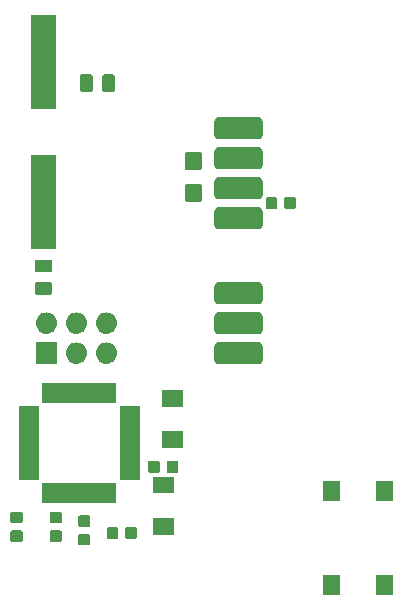
<source format=gbr>
G04 #@! TF.GenerationSoftware,KiCad,Pcbnew,(5.1.0)-1*
G04 #@! TF.CreationDate,2019-05-27T09:53:24+03:00*
G04 #@! TF.ProjectId,USB_RFID,5553425f-5246-4494-942e-6b696361645f,rev?*
G04 #@! TF.SameCoordinates,Original*
G04 #@! TF.FileFunction,Soldermask,Top*
G04 #@! TF.FilePolarity,Negative*
%FSLAX46Y46*%
G04 Gerber Fmt 4.6, Leading zero omitted, Abs format (unit mm)*
G04 Created by KiCad (PCBNEW (5.1.0)-1) date 2019-05-27 09:53:24*
%MOMM*%
%LPD*%
G04 APERTURE LIST*
%ADD10C,0.100000*%
G04 APERTURE END LIST*
D10*
G36*
X47619000Y-89304000D02*
G01*
X46217000Y-89304000D01*
X46217000Y-87652000D01*
X47619000Y-87652000D01*
X47619000Y-89304000D01*
X47619000Y-89304000D01*
G37*
G36*
X43119000Y-89304000D02*
G01*
X41717000Y-89304000D01*
X41717000Y-87652000D01*
X43119000Y-87652000D01*
X43119000Y-89304000D01*
X43119000Y-89304000D01*
G37*
G36*
X21861591Y-84148585D02*
G01*
X21895569Y-84158893D01*
X21926890Y-84175634D01*
X21954339Y-84198161D01*
X21976866Y-84225610D01*
X21993607Y-84256931D01*
X22003915Y-84290909D01*
X22008000Y-84332390D01*
X22008000Y-84933610D01*
X22003915Y-84975091D01*
X21993607Y-85009069D01*
X21976866Y-85040390D01*
X21954339Y-85067839D01*
X21926890Y-85090366D01*
X21895569Y-85107107D01*
X21861591Y-85117415D01*
X21820110Y-85121500D01*
X21143890Y-85121500D01*
X21102409Y-85117415D01*
X21068431Y-85107107D01*
X21037110Y-85090366D01*
X21009661Y-85067839D01*
X20987134Y-85040390D01*
X20970393Y-85009069D01*
X20960085Y-84975091D01*
X20956000Y-84933610D01*
X20956000Y-84332390D01*
X20960085Y-84290909D01*
X20970393Y-84256931D01*
X20987134Y-84225610D01*
X21009661Y-84198161D01*
X21037110Y-84175634D01*
X21068431Y-84158893D01*
X21102409Y-84148585D01*
X21143890Y-84144500D01*
X21820110Y-84144500D01*
X21861591Y-84148585D01*
X21861591Y-84148585D01*
G37*
G36*
X19461591Y-83843585D02*
G01*
X19495569Y-83853893D01*
X19526890Y-83870634D01*
X19554339Y-83893161D01*
X19576866Y-83920610D01*
X19593607Y-83951931D01*
X19603915Y-83985909D01*
X19608000Y-84027390D01*
X19608000Y-84628610D01*
X19603915Y-84670091D01*
X19593607Y-84704069D01*
X19576866Y-84735390D01*
X19554339Y-84762839D01*
X19526890Y-84785366D01*
X19495569Y-84802107D01*
X19461591Y-84812415D01*
X19420110Y-84816500D01*
X18743890Y-84816500D01*
X18702409Y-84812415D01*
X18668431Y-84802107D01*
X18637110Y-84785366D01*
X18609661Y-84762839D01*
X18587134Y-84735390D01*
X18570393Y-84704069D01*
X18560085Y-84670091D01*
X18556000Y-84628610D01*
X18556000Y-84027390D01*
X18560085Y-83985909D01*
X18570393Y-83951931D01*
X18587134Y-83920610D01*
X18609661Y-83893161D01*
X18637110Y-83870634D01*
X18668431Y-83853893D01*
X18702409Y-83843585D01*
X18743890Y-83839500D01*
X19420110Y-83839500D01*
X19461591Y-83843585D01*
X19461591Y-83843585D01*
G37*
G36*
X16127591Y-83843585D02*
G01*
X16161569Y-83853893D01*
X16192890Y-83870634D01*
X16220339Y-83893161D01*
X16242866Y-83920610D01*
X16259607Y-83951931D01*
X16269915Y-83985909D01*
X16274000Y-84027390D01*
X16274000Y-84628610D01*
X16269915Y-84670091D01*
X16259607Y-84704069D01*
X16242866Y-84735390D01*
X16220339Y-84762839D01*
X16192890Y-84785366D01*
X16161569Y-84802107D01*
X16127591Y-84812415D01*
X16086110Y-84816500D01*
X15409890Y-84816500D01*
X15368409Y-84812415D01*
X15334431Y-84802107D01*
X15303110Y-84785366D01*
X15275661Y-84762839D01*
X15253134Y-84735390D01*
X15236393Y-84704069D01*
X15226085Y-84670091D01*
X15222000Y-84628610D01*
X15222000Y-84027390D01*
X15226085Y-83985909D01*
X15236393Y-83951931D01*
X15253134Y-83920610D01*
X15275661Y-83893161D01*
X15303110Y-83870634D01*
X15334431Y-83853893D01*
X15368409Y-83843585D01*
X15409890Y-83839500D01*
X16086110Y-83839500D01*
X16127591Y-83843585D01*
X16127591Y-83843585D01*
G37*
G36*
X25793093Y-83552085D02*
G01*
X25827071Y-83562393D01*
X25858392Y-83579134D01*
X25885841Y-83601661D01*
X25908368Y-83629110D01*
X25925109Y-83660431D01*
X25935417Y-83694409D01*
X25939502Y-83735890D01*
X25939502Y-84412110D01*
X25935417Y-84453591D01*
X25925109Y-84487569D01*
X25908368Y-84518890D01*
X25885841Y-84546339D01*
X25858392Y-84568866D01*
X25827071Y-84585607D01*
X25793093Y-84595915D01*
X25751612Y-84600000D01*
X25150392Y-84600000D01*
X25108911Y-84595915D01*
X25074933Y-84585607D01*
X25043612Y-84568866D01*
X25016163Y-84546339D01*
X24993636Y-84518890D01*
X24976895Y-84487569D01*
X24966587Y-84453591D01*
X24962502Y-84412110D01*
X24962502Y-83735890D01*
X24966587Y-83694409D01*
X24976895Y-83660431D01*
X24993636Y-83629110D01*
X25016163Y-83601661D01*
X25043612Y-83579134D01*
X25074933Y-83562393D01*
X25108911Y-83552085D01*
X25150392Y-83548000D01*
X25751612Y-83548000D01*
X25793093Y-83552085D01*
X25793093Y-83552085D01*
G37*
G36*
X24218093Y-83552085D02*
G01*
X24252071Y-83562393D01*
X24283392Y-83579134D01*
X24310841Y-83601661D01*
X24333368Y-83629110D01*
X24350109Y-83660431D01*
X24360417Y-83694409D01*
X24364502Y-83735890D01*
X24364502Y-84412110D01*
X24360417Y-84453591D01*
X24350109Y-84487569D01*
X24333368Y-84518890D01*
X24310841Y-84546339D01*
X24283392Y-84568866D01*
X24252071Y-84585607D01*
X24218093Y-84595915D01*
X24176612Y-84600000D01*
X23575392Y-84600000D01*
X23533911Y-84595915D01*
X23499933Y-84585607D01*
X23468612Y-84568866D01*
X23441163Y-84546339D01*
X23418636Y-84518890D01*
X23401895Y-84487569D01*
X23391587Y-84453591D01*
X23387502Y-84412110D01*
X23387502Y-83735890D01*
X23391587Y-83694409D01*
X23401895Y-83660431D01*
X23418636Y-83629110D01*
X23441163Y-83601661D01*
X23468612Y-83579134D01*
X23499933Y-83562393D01*
X23533911Y-83552085D01*
X23575392Y-83548000D01*
X24176612Y-83548000D01*
X24218093Y-83552085D01*
X24218093Y-83552085D01*
G37*
G36*
X29095000Y-84211000D02*
G01*
X27293000Y-84211000D01*
X27293000Y-82809000D01*
X29095000Y-82809000D01*
X29095000Y-84211000D01*
X29095000Y-84211000D01*
G37*
G36*
X21861591Y-82573585D02*
G01*
X21895569Y-82583893D01*
X21926890Y-82600634D01*
X21954339Y-82623161D01*
X21976866Y-82650610D01*
X21993607Y-82681931D01*
X22003915Y-82715909D01*
X22008000Y-82757390D01*
X22008000Y-83358610D01*
X22003915Y-83400091D01*
X21993607Y-83434069D01*
X21976866Y-83465390D01*
X21954339Y-83492839D01*
X21926890Y-83515366D01*
X21895569Y-83532107D01*
X21861591Y-83542415D01*
X21820110Y-83546500D01*
X21143890Y-83546500D01*
X21102409Y-83542415D01*
X21068431Y-83532107D01*
X21037110Y-83515366D01*
X21009661Y-83492839D01*
X20987134Y-83465390D01*
X20970393Y-83434069D01*
X20960085Y-83400091D01*
X20956000Y-83358610D01*
X20956000Y-82757390D01*
X20960085Y-82715909D01*
X20970393Y-82681931D01*
X20987134Y-82650610D01*
X21009661Y-82623161D01*
X21037110Y-82600634D01*
X21068431Y-82583893D01*
X21102409Y-82573585D01*
X21143890Y-82569500D01*
X21820110Y-82569500D01*
X21861591Y-82573585D01*
X21861591Y-82573585D01*
G37*
G36*
X19461591Y-82268585D02*
G01*
X19495569Y-82278893D01*
X19526890Y-82295634D01*
X19554339Y-82318161D01*
X19576866Y-82345610D01*
X19593607Y-82376931D01*
X19603915Y-82410909D01*
X19608000Y-82452390D01*
X19608000Y-83053610D01*
X19603915Y-83095091D01*
X19593607Y-83129069D01*
X19576866Y-83160390D01*
X19554339Y-83187839D01*
X19526890Y-83210366D01*
X19495569Y-83227107D01*
X19461591Y-83237415D01*
X19420110Y-83241500D01*
X18743890Y-83241500D01*
X18702409Y-83237415D01*
X18668431Y-83227107D01*
X18637110Y-83210366D01*
X18609661Y-83187839D01*
X18587134Y-83160390D01*
X18570393Y-83129069D01*
X18560085Y-83095091D01*
X18556000Y-83053610D01*
X18556000Y-82452390D01*
X18560085Y-82410909D01*
X18570393Y-82376931D01*
X18587134Y-82345610D01*
X18609661Y-82318161D01*
X18637110Y-82295634D01*
X18668431Y-82278893D01*
X18702409Y-82268585D01*
X18743890Y-82264500D01*
X19420110Y-82264500D01*
X19461591Y-82268585D01*
X19461591Y-82268585D01*
G37*
G36*
X16127591Y-82268585D02*
G01*
X16161569Y-82278893D01*
X16192890Y-82295634D01*
X16220339Y-82318161D01*
X16242866Y-82345610D01*
X16259607Y-82376931D01*
X16269915Y-82410909D01*
X16274000Y-82452390D01*
X16274000Y-83053610D01*
X16269915Y-83095091D01*
X16259607Y-83129069D01*
X16242866Y-83160390D01*
X16220339Y-83187839D01*
X16192890Y-83210366D01*
X16161569Y-83227107D01*
X16127591Y-83237415D01*
X16086110Y-83241500D01*
X15409890Y-83241500D01*
X15368409Y-83237415D01*
X15334431Y-83227107D01*
X15303110Y-83210366D01*
X15275661Y-83187839D01*
X15253134Y-83160390D01*
X15236393Y-83129069D01*
X15226085Y-83095091D01*
X15222000Y-83053610D01*
X15222000Y-82452390D01*
X15226085Y-82410909D01*
X15236393Y-82376931D01*
X15253134Y-82345610D01*
X15275661Y-82318161D01*
X15303110Y-82295634D01*
X15334431Y-82278893D01*
X15368409Y-82268585D01*
X15409890Y-82264500D01*
X16086110Y-82264500D01*
X16127591Y-82268585D01*
X16127591Y-82268585D01*
G37*
G36*
X24208000Y-81555000D02*
G01*
X17956000Y-81555000D01*
X17956000Y-79853000D01*
X24208000Y-79853000D01*
X24208000Y-81555000D01*
X24208000Y-81555000D01*
G37*
G36*
X47619000Y-81344000D02*
G01*
X46217000Y-81344000D01*
X46217000Y-79692000D01*
X47619000Y-79692000D01*
X47619000Y-81344000D01*
X47619000Y-81344000D01*
G37*
G36*
X43119000Y-81344000D02*
G01*
X41717000Y-81344000D01*
X41717000Y-79692000D01*
X43119000Y-79692000D01*
X43119000Y-81344000D01*
X43119000Y-81344000D01*
G37*
G36*
X29095000Y-80711000D02*
G01*
X27293000Y-80711000D01*
X27293000Y-79309000D01*
X29095000Y-79309000D01*
X29095000Y-80711000D01*
X29095000Y-80711000D01*
G37*
G36*
X26183000Y-79580000D02*
G01*
X24481000Y-79580000D01*
X24481000Y-73328000D01*
X26183000Y-73328000D01*
X26183000Y-79580000D01*
X26183000Y-79580000D01*
G37*
G36*
X17683000Y-79580000D02*
G01*
X15981000Y-79580000D01*
X15981000Y-73328000D01*
X17683000Y-73328000D01*
X17683000Y-79580000D01*
X17683000Y-79580000D01*
G37*
G36*
X27723091Y-77932085D02*
G01*
X27757069Y-77942393D01*
X27788390Y-77959134D01*
X27815839Y-77981661D01*
X27838366Y-78009110D01*
X27855107Y-78040431D01*
X27865415Y-78074409D01*
X27869500Y-78115890D01*
X27869500Y-78792110D01*
X27865415Y-78833591D01*
X27855107Y-78867569D01*
X27838366Y-78898890D01*
X27815839Y-78926339D01*
X27788390Y-78948866D01*
X27757069Y-78965607D01*
X27723091Y-78975915D01*
X27681610Y-78980000D01*
X27080390Y-78980000D01*
X27038909Y-78975915D01*
X27004931Y-78965607D01*
X26973610Y-78948866D01*
X26946161Y-78926339D01*
X26923634Y-78898890D01*
X26906893Y-78867569D01*
X26896585Y-78833591D01*
X26892500Y-78792110D01*
X26892500Y-78115890D01*
X26896585Y-78074409D01*
X26906893Y-78040431D01*
X26923634Y-78009110D01*
X26946161Y-77981661D01*
X26973610Y-77959134D01*
X27004931Y-77942393D01*
X27038909Y-77932085D01*
X27080390Y-77928000D01*
X27681610Y-77928000D01*
X27723091Y-77932085D01*
X27723091Y-77932085D01*
G37*
G36*
X29298091Y-77932085D02*
G01*
X29332069Y-77942393D01*
X29363390Y-77959134D01*
X29390839Y-77981661D01*
X29413366Y-78009110D01*
X29430107Y-78040431D01*
X29440415Y-78074409D01*
X29444500Y-78115890D01*
X29444500Y-78792110D01*
X29440415Y-78833591D01*
X29430107Y-78867569D01*
X29413366Y-78898890D01*
X29390839Y-78926339D01*
X29363390Y-78948866D01*
X29332069Y-78965607D01*
X29298091Y-78975915D01*
X29256610Y-78980000D01*
X28655390Y-78980000D01*
X28613909Y-78975915D01*
X28579931Y-78965607D01*
X28548610Y-78948866D01*
X28521161Y-78926339D01*
X28498634Y-78898890D01*
X28481893Y-78867569D01*
X28471585Y-78833591D01*
X28467500Y-78792110D01*
X28467500Y-78115890D01*
X28471585Y-78074409D01*
X28481893Y-78040431D01*
X28498634Y-78009110D01*
X28521161Y-77981661D01*
X28548610Y-77959134D01*
X28579931Y-77942393D01*
X28613909Y-77932085D01*
X28655390Y-77928000D01*
X29256610Y-77928000D01*
X29298091Y-77932085D01*
X29298091Y-77932085D01*
G37*
G36*
X29857000Y-76873000D02*
G01*
X28055000Y-76873000D01*
X28055000Y-75471000D01*
X29857000Y-75471000D01*
X29857000Y-76873000D01*
X29857000Y-76873000D01*
G37*
G36*
X29857000Y-73373000D02*
G01*
X28055000Y-73373000D01*
X28055000Y-71971000D01*
X29857000Y-71971000D01*
X29857000Y-73373000D01*
X29857000Y-73373000D01*
G37*
G36*
X24208000Y-73055000D02*
G01*
X17956000Y-73055000D01*
X17956000Y-71353000D01*
X24208000Y-71353000D01*
X24208000Y-73055000D01*
X24208000Y-73055000D01*
G37*
G36*
X36262455Y-67891528D02*
G01*
X36339812Y-67914995D01*
X36411117Y-67953108D01*
X36473608Y-68004392D01*
X36524892Y-68066883D01*
X36563005Y-68138188D01*
X36586472Y-68215545D01*
X36595000Y-68302140D01*
X36595000Y-69365860D01*
X36586472Y-69452455D01*
X36563005Y-69529812D01*
X36524892Y-69601117D01*
X36473608Y-69663608D01*
X36411117Y-69714892D01*
X36339812Y-69753005D01*
X36262455Y-69776472D01*
X36175860Y-69785000D01*
X32912140Y-69785000D01*
X32825545Y-69776472D01*
X32748188Y-69753005D01*
X32676883Y-69714892D01*
X32614392Y-69663608D01*
X32563108Y-69601117D01*
X32524995Y-69529812D01*
X32501528Y-69452455D01*
X32493000Y-69365860D01*
X32493000Y-68302140D01*
X32501528Y-68215545D01*
X32524995Y-68138188D01*
X32563108Y-68066883D01*
X32614392Y-68004392D01*
X32676883Y-67953108D01*
X32748188Y-67914995D01*
X32825545Y-67891528D01*
X32912140Y-67883000D01*
X36175860Y-67883000D01*
X36262455Y-67891528D01*
X36262455Y-67891528D01*
G37*
G36*
X20938442Y-67939518D02*
G01*
X21004627Y-67946037D01*
X21174466Y-67997557D01*
X21330991Y-68081222D01*
X21346958Y-68094326D01*
X21468186Y-68193814D01*
X21527209Y-68265735D01*
X21580778Y-68331009D01*
X21664443Y-68487534D01*
X21715963Y-68657373D01*
X21733359Y-68834000D01*
X21715963Y-69010627D01*
X21664443Y-69180466D01*
X21580778Y-69336991D01*
X21557086Y-69365860D01*
X21468186Y-69474186D01*
X21366729Y-69557448D01*
X21330991Y-69586778D01*
X21174466Y-69670443D01*
X21004627Y-69721963D01*
X20938443Y-69728481D01*
X20872260Y-69735000D01*
X20783740Y-69735000D01*
X20717557Y-69728481D01*
X20651373Y-69721963D01*
X20481534Y-69670443D01*
X20325009Y-69586778D01*
X20289271Y-69557448D01*
X20187814Y-69474186D01*
X20098914Y-69365860D01*
X20075222Y-69336991D01*
X19991557Y-69180466D01*
X19940037Y-69010627D01*
X19922641Y-68834000D01*
X19940037Y-68657373D01*
X19991557Y-68487534D01*
X20075222Y-68331009D01*
X20128791Y-68265735D01*
X20187814Y-68193814D01*
X20309042Y-68094326D01*
X20325009Y-68081222D01*
X20481534Y-67997557D01*
X20651373Y-67946037D01*
X20717558Y-67939518D01*
X20783740Y-67933000D01*
X20872260Y-67933000D01*
X20938442Y-67939518D01*
X20938442Y-67939518D01*
G37*
G36*
X23478442Y-67939518D02*
G01*
X23544627Y-67946037D01*
X23714466Y-67997557D01*
X23870991Y-68081222D01*
X23886958Y-68094326D01*
X24008186Y-68193814D01*
X24067209Y-68265735D01*
X24120778Y-68331009D01*
X24204443Y-68487534D01*
X24255963Y-68657373D01*
X24273359Y-68834000D01*
X24255963Y-69010627D01*
X24204443Y-69180466D01*
X24120778Y-69336991D01*
X24097086Y-69365860D01*
X24008186Y-69474186D01*
X23906729Y-69557448D01*
X23870991Y-69586778D01*
X23714466Y-69670443D01*
X23544627Y-69721963D01*
X23478443Y-69728481D01*
X23412260Y-69735000D01*
X23323740Y-69735000D01*
X23257557Y-69728481D01*
X23191373Y-69721963D01*
X23021534Y-69670443D01*
X22865009Y-69586778D01*
X22829271Y-69557448D01*
X22727814Y-69474186D01*
X22638914Y-69365860D01*
X22615222Y-69336991D01*
X22531557Y-69180466D01*
X22480037Y-69010627D01*
X22462641Y-68834000D01*
X22480037Y-68657373D01*
X22531557Y-68487534D01*
X22615222Y-68331009D01*
X22668791Y-68265735D01*
X22727814Y-68193814D01*
X22849042Y-68094326D01*
X22865009Y-68081222D01*
X23021534Y-67997557D01*
X23191373Y-67946037D01*
X23257558Y-67939518D01*
X23323740Y-67933000D01*
X23412260Y-67933000D01*
X23478442Y-67939518D01*
X23478442Y-67939518D01*
G37*
G36*
X19189000Y-69735000D02*
G01*
X17387000Y-69735000D01*
X17387000Y-67933000D01*
X19189000Y-67933000D01*
X19189000Y-69735000D01*
X19189000Y-69735000D01*
G37*
G36*
X36262455Y-65351528D02*
G01*
X36339812Y-65374995D01*
X36411117Y-65413108D01*
X36473608Y-65464392D01*
X36524892Y-65526883D01*
X36563005Y-65598188D01*
X36586472Y-65675545D01*
X36595000Y-65762140D01*
X36595000Y-66825860D01*
X36586472Y-66912455D01*
X36563005Y-66989812D01*
X36524892Y-67061117D01*
X36473608Y-67123608D01*
X36411117Y-67174892D01*
X36339812Y-67213005D01*
X36262455Y-67236472D01*
X36175860Y-67245000D01*
X32912140Y-67245000D01*
X32825545Y-67236472D01*
X32748188Y-67213005D01*
X32676883Y-67174892D01*
X32614392Y-67123608D01*
X32563108Y-67061117D01*
X32524995Y-66989812D01*
X32501528Y-66912455D01*
X32493000Y-66825860D01*
X32493000Y-65762140D01*
X32501528Y-65675545D01*
X32524995Y-65598188D01*
X32563108Y-65526883D01*
X32614392Y-65464392D01*
X32676883Y-65413108D01*
X32748188Y-65374995D01*
X32825545Y-65351528D01*
X32912140Y-65343000D01*
X36175860Y-65343000D01*
X36262455Y-65351528D01*
X36262455Y-65351528D01*
G37*
G36*
X23478443Y-65399519D02*
G01*
X23544627Y-65406037D01*
X23714466Y-65457557D01*
X23870991Y-65541222D01*
X23886958Y-65554326D01*
X24008186Y-65653814D01*
X24067209Y-65725735D01*
X24120778Y-65791009D01*
X24204443Y-65947534D01*
X24255963Y-66117373D01*
X24273359Y-66294000D01*
X24255963Y-66470627D01*
X24204443Y-66640466D01*
X24120778Y-66796991D01*
X24097086Y-66825860D01*
X24008186Y-66934186D01*
X23906729Y-67017448D01*
X23870991Y-67046778D01*
X23714466Y-67130443D01*
X23544627Y-67181963D01*
X23478442Y-67188482D01*
X23412260Y-67195000D01*
X23323740Y-67195000D01*
X23257558Y-67188482D01*
X23191373Y-67181963D01*
X23021534Y-67130443D01*
X22865009Y-67046778D01*
X22829271Y-67017448D01*
X22727814Y-66934186D01*
X22638914Y-66825860D01*
X22615222Y-66796991D01*
X22531557Y-66640466D01*
X22480037Y-66470627D01*
X22462641Y-66294000D01*
X22480037Y-66117373D01*
X22531557Y-65947534D01*
X22615222Y-65791009D01*
X22668791Y-65725735D01*
X22727814Y-65653814D01*
X22849042Y-65554326D01*
X22865009Y-65541222D01*
X23021534Y-65457557D01*
X23191373Y-65406037D01*
X23257557Y-65399519D01*
X23323740Y-65393000D01*
X23412260Y-65393000D01*
X23478443Y-65399519D01*
X23478443Y-65399519D01*
G37*
G36*
X18398443Y-65399519D02*
G01*
X18464627Y-65406037D01*
X18634466Y-65457557D01*
X18790991Y-65541222D01*
X18806958Y-65554326D01*
X18928186Y-65653814D01*
X18987209Y-65725735D01*
X19040778Y-65791009D01*
X19124443Y-65947534D01*
X19175963Y-66117373D01*
X19193359Y-66294000D01*
X19175963Y-66470627D01*
X19124443Y-66640466D01*
X19040778Y-66796991D01*
X19017086Y-66825860D01*
X18928186Y-66934186D01*
X18826729Y-67017448D01*
X18790991Y-67046778D01*
X18634466Y-67130443D01*
X18464627Y-67181963D01*
X18398442Y-67188482D01*
X18332260Y-67195000D01*
X18243740Y-67195000D01*
X18177558Y-67188482D01*
X18111373Y-67181963D01*
X17941534Y-67130443D01*
X17785009Y-67046778D01*
X17749271Y-67017448D01*
X17647814Y-66934186D01*
X17558914Y-66825860D01*
X17535222Y-66796991D01*
X17451557Y-66640466D01*
X17400037Y-66470627D01*
X17382641Y-66294000D01*
X17400037Y-66117373D01*
X17451557Y-65947534D01*
X17535222Y-65791009D01*
X17588791Y-65725735D01*
X17647814Y-65653814D01*
X17769042Y-65554326D01*
X17785009Y-65541222D01*
X17941534Y-65457557D01*
X18111373Y-65406037D01*
X18177557Y-65399519D01*
X18243740Y-65393000D01*
X18332260Y-65393000D01*
X18398443Y-65399519D01*
X18398443Y-65399519D01*
G37*
G36*
X20938443Y-65399519D02*
G01*
X21004627Y-65406037D01*
X21174466Y-65457557D01*
X21330991Y-65541222D01*
X21346958Y-65554326D01*
X21468186Y-65653814D01*
X21527209Y-65725735D01*
X21580778Y-65791009D01*
X21664443Y-65947534D01*
X21715963Y-66117373D01*
X21733359Y-66294000D01*
X21715963Y-66470627D01*
X21664443Y-66640466D01*
X21580778Y-66796991D01*
X21557086Y-66825860D01*
X21468186Y-66934186D01*
X21366729Y-67017448D01*
X21330991Y-67046778D01*
X21174466Y-67130443D01*
X21004627Y-67181963D01*
X20938442Y-67188482D01*
X20872260Y-67195000D01*
X20783740Y-67195000D01*
X20717558Y-67188482D01*
X20651373Y-67181963D01*
X20481534Y-67130443D01*
X20325009Y-67046778D01*
X20289271Y-67017448D01*
X20187814Y-66934186D01*
X20098914Y-66825860D01*
X20075222Y-66796991D01*
X19991557Y-66640466D01*
X19940037Y-66470627D01*
X19922641Y-66294000D01*
X19940037Y-66117373D01*
X19991557Y-65947534D01*
X20075222Y-65791009D01*
X20128791Y-65725735D01*
X20187814Y-65653814D01*
X20309042Y-65554326D01*
X20325009Y-65541222D01*
X20481534Y-65457557D01*
X20651373Y-65406037D01*
X20717557Y-65399519D01*
X20783740Y-65393000D01*
X20872260Y-65393000D01*
X20938443Y-65399519D01*
X20938443Y-65399519D01*
G37*
G36*
X36262455Y-62811528D02*
G01*
X36339812Y-62834995D01*
X36411117Y-62873108D01*
X36473608Y-62924392D01*
X36524892Y-62986883D01*
X36563005Y-63058188D01*
X36586472Y-63135545D01*
X36595000Y-63222140D01*
X36595000Y-64285860D01*
X36586472Y-64372455D01*
X36563005Y-64449812D01*
X36524892Y-64521117D01*
X36473608Y-64583608D01*
X36411117Y-64634892D01*
X36339812Y-64673005D01*
X36262455Y-64696472D01*
X36175860Y-64705000D01*
X32912140Y-64705000D01*
X32825545Y-64696472D01*
X32748188Y-64673005D01*
X32676883Y-64634892D01*
X32614392Y-64583608D01*
X32563108Y-64521117D01*
X32524995Y-64449812D01*
X32501528Y-64372455D01*
X32493000Y-64285860D01*
X32493000Y-63222140D01*
X32501528Y-63135545D01*
X32524995Y-63058188D01*
X32563108Y-62986883D01*
X32614392Y-62924392D01*
X32676883Y-62873108D01*
X32748188Y-62834995D01*
X32825545Y-62811528D01*
X32912140Y-62803000D01*
X36175860Y-62803000D01*
X36262455Y-62811528D01*
X36262455Y-62811528D01*
G37*
G36*
X18618468Y-62809065D02*
G01*
X18657138Y-62820796D01*
X18692777Y-62839846D01*
X18724017Y-62865483D01*
X18749654Y-62896723D01*
X18768704Y-62932362D01*
X18780435Y-62971032D01*
X18785000Y-63017388D01*
X18785000Y-63668612D01*
X18780435Y-63714968D01*
X18768704Y-63753638D01*
X18749654Y-63789277D01*
X18724017Y-63820517D01*
X18692777Y-63846154D01*
X18657138Y-63865204D01*
X18618468Y-63876935D01*
X18572112Y-63881500D01*
X17495888Y-63881500D01*
X17449532Y-63876935D01*
X17410862Y-63865204D01*
X17375223Y-63846154D01*
X17343983Y-63820517D01*
X17318346Y-63789277D01*
X17299296Y-63753638D01*
X17287565Y-63714968D01*
X17283000Y-63668612D01*
X17283000Y-63017388D01*
X17287565Y-62971032D01*
X17299296Y-62932362D01*
X17318346Y-62896723D01*
X17343983Y-62865483D01*
X17375223Y-62839846D01*
X17410862Y-62820796D01*
X17449532Y-62809065D01*
X17495888Y-62804500D01*
X18572112Y-62804500D01*
X18618468Y-62809065D01*
X18618468Y-62809065D01*
G37*
G36*
X18618468Y-60934065D02*
G01*
X18657138Y-60945796D01*
X18692777Y-60964846D01*
X18724017Y-60990483D01*
X18749654Y-61021723D01*
X18768704Y-61057362D01*
X18780435Y-61096032D01*
X18785000Y-61142388D01*
X18785000Y-61793612D01*
X18780435Y-61839968D01*
X18768704Y-61878638D01*
X18749654Y-61914277D01*
X18724017Y-61945517D01*
X18692777Y-61971154D01*
X18657138Y-61990204D01*
X18618468Y-62001935D01*
X18572112Y-62006500D01*
X17495888Y-62006500D01*
X17449532Y-62001935D01*
X17410862Y-61990204D01*
X17375223Y-61971154D01*
X17343983Y-61945517D01*
X17318346Y-61914277D01*
X17299296Y-61878638D01*
X17287565Y-61839968D01*
X17283000Y-61793612D01*
X17283000Y-61142388D01*
X17287565Y-61096032D01*
X17299296Y-61057362D01*
X17318346Y-61021723D01*
X17343983Y-60990483D01*
X17375223Y-60964846D01*
X17410862Y-60945796D01*
X17449532Y-60934065D01*
X17495888Y-60929500D01*
X18572112Y-60929500D01*
X18618468Y-60934065D01*
X18618468Y-60934065D01*
G37*
G36*
X19085000Y-60059500D02*
G01*
X16983000Y-60059500D01*
X16983000Y-52082500D01*
X19085000Y-52082500D01*
X19085000Y-60059500D01*
X19085000Y-60059500D01*
G37*
G36*
X36262455Y-56461528D02*
G01*
X36339812Y-56484995D01*
X36411117Y-56523108D01*
X36473608Y-56574392D01*
X36524892Y-56636883D01*
X36563005Y-56708188D01*
X36586472Y-56785545D01*
X36595000Y-56872140D01*
X36595000Y-57935860D01*
X36586472Y-58022455D01*
X36563005Y-58099812D01*
X36524892Y-58171117D01*
X36473608Y-58233608D01*
X36411117Y-58284892D01*
X36339812Y-58323005D01*
X36262455Y-58346472D01*
X36175860Y-58355000D01*
X32912140Y-58355000D01*
X32825545Y-58346472D01*
X32748188Y-58323005D01*
X32676883Y-58284892D01*
X32614392Y-58233608D01*
X32563108Y-58171117D01*
X32524995Y-58099812D01*
X32501528Y-58022455D01*
X32493000Y-57935860D01*
X32493000Y-56872140D01*
X32501528Y-56785545D01*
X32524995Y-56708188D01*
X32563108Y-56636883D01*
X32614392Y-56574392D01*
X32676883Y-56523108D01*
X32748188Y-56484995D01*
X32825545Y-56461528D01*
X32912140Y-56453000D01*
X36175860Y-56453000D01*
X36262455Y-56461528D01*
X36262455Y-56461528D01*
G37*
G36*
X39255091Y-55612085D02*
G01*
X39289069Y-55622393D01*
X39320390Y-55639134D01*
X39347839Y-55661661D01*
X39370366Y-55689110D01*
X39387107Y-55720431D01*
X39397415Y-55754409D01*
X39401500Y-55795890D01*
X39401500Y-56472110D01*
X39397415Y-56513591D01*
X39387107Y-56547569D01*
X39370366Y-56578890D01*
X39347839Y-56606339D01*
X39320390Y-56628866D01*
X39289069Y-56645607D01*
X39255091Y-56655915D01*
X39213610Y-56660000D01*
X38612390Y-56660000D01*
X38570909Y-56655915D01*
X38536931Y-56645607D01*
X38505610Y-56628866D01*
X38478161Y-56606339D01*
X38455634Y-56578890D01*
X38438893Y-56547569D01*
X38428585Y-56513591D01*
X38424500Y-56472110D01*
X38424500Y-55795890D01*
X38428585Y-55754409D01*
X38438893Y-55720431D01*
X38455634Y-55689110D01*
X38478161Y-55661661D01*
X38505610Y-55639134D01*
X38536931Y-55622393D01*
X38570909Y-55612085D01*
X38612390Y-55608000D01*
X39213610Y-55608000D01*
X39255091Y-55612085D01*
X39255091Y-55612085D01*
G37*
G36*
X37680091Y-55612085D02*
G01*
X37714069Y-55622393D01*
X37745390Y-55639134D01*
X37772839Y-55661661D01*
X37795366Y-55689110D01*
X37812107Y-55720431D01*
X37822415Y-55754409D01*
X37826500Y-55795890D01*
X37826500Y-56472110D01*
X37822415Y-56513591D01*
X37812107Y-56547569D01*
X37795366Y-56578890D01*
X37772839Y-56606339D01*
X37745390Y-56628866D01*
X37714069Y-56645607D01*
X37680091Y-56655915D01*
X37638610Y-56660000D01*
X37037390Y-56660000D01*
X36995909Y-56655915D01*
X36961931Y-56645607D01*
X36930610Y-56628866D01*
X36903161Y-56606339D01*
X36880634Y-56578890D01*
X36863893Y-56547569D01*
X36853585Y-56513591D01*
X36849500Y-56472110D01*
X36849500Y-55795890D01*
X36853585Y-55754409D01*
X36863893Y-55720431D01*
X36880634Y-55689110D01*
X36903161Y-55661661D01*
X36930610Y-55639134D01*
X36961931Y-55622393D01*
X36995909Y-55612085D01*
X37037390Y-55608000D01*
X37638610Y-55608000D01*
X37680091Y-55612085D01*
X37680091Y-55612085D01*
G37*
G36*
X31306798Y-54531247D02*
G01*
X31342367Y-54542037D01*
X31375139Y-54559554D01*
X31403869Y-54583131D01*
X31427446Y-54611861D01*
X31444963Y-54644633D01*
X31455753Y-54680202D01*
X31460000Y-54723325D01*
X31460000Y-55832675D01*
X31455753Y-55875798D01*
X31444963Y-55911367D01*
X31427446Y-55944139D01*
X31403869Y-55972869D01*
X31375139Y-55996446D01*
X31342367Y-56013963D01*
X31306798Y-56024753D01*
X31263675Y-56029000D01*
X30204325Y-56029000D01*
X30161202Y-56024753D01*
X30125633Y-56013963D01*
X30092861Y-55996446D01*
X30064131Y-55972869D01*
X30040554Y-55944139D01*
X30023037Y-55911367D01*
X30012247Y-55875798D01*
X30008000Y-55832675D01*
X30008000Y-54723325D01*
X30012247Y-54680202D01*
X30023037Y-54644633D01*
X30040554Y-54611861D01*
X30064131Y-54583131D01*
X30092861Y-54559554D01*
X30125633Y-54542037D01*
X30161202Y-54531247D01*
X30204325Y-54527000D01*
X31263675Y-54527000D01*
X31306798Y-54531247D01*
X31306798Y-54531247D01*
G37*
G36*
X36262455Y-53921528D02*
G01*
X36339812Y-53944995D01*
X36411117Y-53983108D01*
X36473608Y-54034392D01*
X36524892Y-54096883D01*
X36563005Y-54168188D01*
X36586472Y-54245545D01*
X36595000Y-54332140D01*
X36595000Y-55395860D01*
X36586472Y-55482455D01*
X36563005Y-55559812D01*
X36524892Y-55631117D01*
X36473608Y-55693608D01*
X36411117Y-55744892D01*
X36339812Y-55783005D01*
X36262455Y-55806472D01*
X36175860Y-55815000D01*
X32912140Y-55815000D01*
X32825545Y-55806472D01*
X32748188Y-55783005D01*
X32676883Y-55744892D01*
X32614392Y-55693608D01*
X32563108Y-55631117D01*
X32524995Y-55559812D01*
X32501528Y-55482455D01*
X32493000Y-55395860D01*
X32493000Y-54332140D01*
X32501528Y-54245545D01*
X32524995Y-54168188D01*
X32563108Y-54096883D01*
X32614392Y-54034392D01*
X32676883Y-53983108D01*
X32748188Y-53944995D01*
X32825545Y-53921528D01*
X32912140Y-53913000D01*
X36175860Y-53913000D01*
X36262455Y-53921528D01*
X36262455Y-53921528D01*
G37*
G36*
X31306798Y-51831247D02*
G01*
X31342367Y-51842037D01*
X31375139Y-51859554D01*
X31403869Y-51883131D01*
X31427446Y-51911861D01*
X31444963Y-51944633D01*
X31455753Y-51980202D01*
X31460000Y-52023325D01*
X31460000Y-53132675D01*
X31455753Y-53175798D01*
X31444963Y-53211367D01*
X31427446Y-53244139D01*
X31403869Y-53272869D01*
X31375139Y-53296446D01*
X31342367Y-53313963D01*
X31306798Y-53324753D01*
X31263675Y-53329000D01*
X30204325Y-53329000D01*
X30161202Y-53324753D01*
X30125633Y-53313963D01*
X30092861Y-53296446D01*
X30064131Y-53272869D01*
X30040554Y-53244139D01*
X30023037Y-53211367D01*
X30012247Y-53175798D01*
X30008000Y-53132675D01*
X30008000Y-52023325D01*
X30012247Y-51980202D01*
X30023037Y-51944633D01*
X30040554Y-51911861D01*
X30064131Y-51883131D01*
X30092861Y-51859554D01*
X30125633Y-51842037D01*
X30161202Y-51831247D01*
X30204325Y-51827000D01*
X31263675Y-51827000D01*
X31306798Y-51831247D01*
X31306798Y-51831247D01*
G37*
G36*
X36262455Y-51381528D02*
G01*
X36339812Y-51404995D01*
X36411117Y-51443108D01*
X36473608Y-51494392D01*
X36524892Y-51556883D01*
X36563005Y-51628188D01*
X36586472Y-51705545D01*
X36595000Y-51792140D01*
X36595000Y-52855860D01*
X36586472Y-52942455D01*
X36563005Y-53019812D01*
X36524892Y-53091117D01*
X36473608Y-53153608D01*
X36411117Y-53204892D01*
X36339812Y-53243005D01*
X36262455Y-53266472D01*
X36175860Y-53275000D01*
X32912140Y-53275000D01*
X32825545Y-53266472D01*
X32748188Y-53243005D01*
X32676883Y-53204892D01*
X32614392Y-53153608D01*
X32563108Y-53091117D01*
X32524995Y-53019812D01*
X32501528Y-52942455D01*
X32493000Y-52855860D01*
X32493000Y-51792140D01*
X32501528Y-51705545D01*
X32524995Y-51628188D01*
X32563108Y-51556883D01*
X32614392Y-51494392D01*
X32676883Y-51443108D01*
X32748188Y-51404995D01*
X32825545Y-51381528D01*
X32912140Y-51373000D01*
X36175860Y-51373000D01*
X36262455Y-51381528D01*
X36262455Y-51381528D01*
G37*
G36*
X36262455Y-48841528D02*
G01*
X36339812Y-48864995D01*
X36411117Y-48903108D01*
X36473608Y-48954392D01*
X36524892Y-49016883D01*
X36563005Y-49088188D01*
X36586472Y-49165545D01*
X36595000Y-49252140D01*
X36595000Y-50315860D01*
X36586472Y-50402455D01*
X36563005Y-50479812D01*
X36524892Y-50551117D01*
X36473608Y-50613608D01*
X36411117Y-50664892D01*
X36339812Y-50703005D01*
X36262455Y-50726472D01*
X36175860Y-50735000D01*
X32912140Y-50735000D01*
X32825545Y-50726472D01*
X32748188Y-50703005D01*
X32676883Y-50664892D01*
X32614392Y-50613608D01*
X32563108Y-50551117D01*
X32524995Y-50479812D01*
X32501528Y-50402455D01*
X32493000Y-50315860D01*
X32493000Y-49252140D01*
X32501528Y-49165545D01*
X32524995Y-49088188D01*
X32563108Y-49016883D01*
X32614392Y-48954392D01*
X32676883Y-48903108D01*
X32748188Y-48864995D01*
X32825545Y-48841528D01*
X32912140Y-48833000D01*
X36175860Y-48833000D01*
X36262455Y-48841528D01*
X36262455Y-48841528D01*
G37*
G36*
X19085000Y-48184500D02*
G01*
X16983000Y-48184500D01*
X16983000Y-40207500D01*
X19085000Y-40207500D01*
X19085000Y-48184500D01*
X19085000Y-48184500D01*
G37*
G36*
X23915468Y-45227565D02*
G01*
X23954138Y-45239296D01*
X23989777Y-45258346D01*
X24021017Y-45283983D01*
X24046654Y-45315223D01*
X24065704Y-45350862D01*
X24077435Y-45389532D01*
X24082000Y-45435888D01*
X24082000Y-46512112D01*
X24077435Y-46558468D01*
X24065704Y-46597138D01*
X24046654Y-46632777D01*
X24021017Y-46664017D01*
X23989777Y-46689654D01*
X23954138Y-46708704D01*
X23915468Y-46720435D01*
X23869112Y-46725000D01*
X23217888Y-46725000D01*
X23171532Y-46720435D01*
X23132862Y-46708704D01*
X23097223Y-46689654D01*
X23065983Y-46664017D01*
X23040346Y-46632777D01*
X23021296Y-46597138D01*
X23009565Y-46558468D01*
X23005000Y-46512112D01*
X23005000Y-45435888D01*
X23009565Y-45389532D01*
X23021296Y-45350862D01*
X23040346Y-45315223D01*
X23065983Y-45283983D01*
X23097223Y-45258346D01*
X23132862Y-45239296D01*
X23171532Y-45227565D01*
X23217888Y-45223000D01*
X23869112Y-45223000D01*
X23915468Y-45227565D01*
X23915468Y-45227565D01*
G37*
G36*
X22040468Y-45227565D02*
G01*
X22079138Y-45239296D01*
X22114777Y-45258346D01*
X22146017Y-45283983D01*
X22171654Y-45315223D01*
X22190704Y-45350862D01*
X22202435Y-45389532D01*
X22207000Y-45435888D01*
X22207000Y-46512112D01*
X22202435Y-46558468D01*
X22190704Y-46597138D01*
X22171654Y-46632777D01*
X22146017Y-46664017D01*
X22114777Y-46689654D01*
X22079138Y-46708704D01*
X22040468Y-46720435D01*
X21994112Y-46725000D01*
X21342888Y-46725000D01*
X21296532Y-46720435D01*
X21257862Y-46708704D01*
X21222223Y-46689654D01*
X21190983Y-46664017D01*
X21165346Y-46632777D01*
X21146296Y-46597138D01*
X21134565Y-46558468D01*
X21130000Y-46512112D01*
X21130000Y-45435888D01*
X21134565Y-45389532D01*
X21146296Y-45350862D01*
X21165346Y-45315223D01*
X21190983Y-45283983D01*
X21222223Y-45258346D01*
X21257862Y-45239296D01*
X21296532Y-45227565D01*
X21342888Y-45223000D01*
X21994112Y-45223000D01*
X22040468Y-45227565D01*
X22040468Y-45227565D01*
G37*
M02*

</source>
